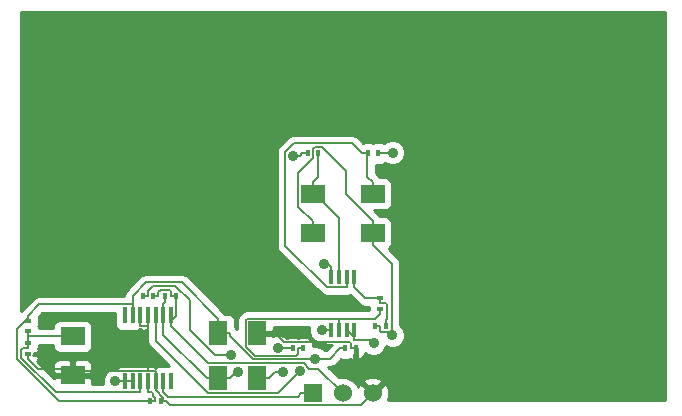
<source format=gtl>
G04 (created by PCBNEW (2013-07-07 BZR 4022)-stable) date Friday 29 November 2013 01:10:28 PM IST*
%MOIN*%
G04 Gerber Fmt 3.4, Leading zero omitted, Abs format*
%FSLAX34Y34*%
G01*
G70*
G90*
G04 APERTURE LIST*
%ADD10C,0.00590551*%
%ADD11R,0.016X0.05*%
%ADD12R,0.017X0.055*%
%ADD13R,0.06X0.08*%
%ADD14R,0.08X0.06*%
%ADD15R,0.0157X0.0236*%
%ADD16R,0.0236X0.0157*%
%ADD17R,0.06X0.06*%
%ADD18C,0.06*%
%ADD19C,0.035*%
%ADD20C,0.006*%
%ADD21C,0.01*%
G04 APERTURE END LIST*
G54D10*
G54D11*
X27385Y-26125D03*
X27130Y-26125D03*
X26870Y-26125D03*
X26615Y-26125D03*
X26615Y-27875D03*
X26870Y-27875D03*
X27130Y-27875D03*
X27385Y-27875D03*
G54D12*
X19740Y-29600D03*
X19990Y-29600D03*
X20250Y-29600D03*
X20500Y-29600D03*
X20760Y-29600D03*
X21015Y-29600D03*
X21270Y-29600D03*
X21270Y-27400D03*
X21015Y-27400D03*
X20760Y-27400D03*
X20500Y-27400D03*
X20245Y-27400D03*
X19990Y-27400D03*
X19735Y-27400D03*
G54D13*
X24150Y-29500D03*
X22850Y-29500D03*
X22850Y-28000D03*
X24150Y-28000D03*
G54D14*
X28000Y-24650D03*
X28000Y-23350D03*
X26000Y-24650D03*
X26000Y-23350D03*
G54D15*
X25823Y-22000D03*
X26177Y-22000D03*
X21073Y-26750D03*
X21427Y-26750D03*
X25677Y-28500D03*
X25323Y-28500D03*
X28073Y-27750D03*
X28427Y-27750D03*
G54D16*
X28250Y-26823D03*
X28250Y-27177D03*
G54D15*
X28177Y-22000D03*
X27823Y-22000D03*
G54D16*
X16500Y-27573D03*
X16500Y-27927D03*
X16500Y-28323D03*
X16500Y-28677D03*
G54D15*
X27073Y-28500D03*
X27427Y-28500D03*
X20573Y-30250D03*
X20927Y-30250D03*
X20323Y-26750D03*
X20677Y-26750D03*
G54D17*
X26000Y-30000D03*
G54D18*
X27000Y-30000D03*
X28000Y-30000D03*
G54D14*
X18000Y-28100D03*
X18000Y-29400D03*
G54D19*
X26385Y-25688D03*
X25340Y-22085D03*
X28659Y-21967D03*
X25016Y-29285D03*
X24848Y-28478D03*
X23285Y-28722D03*
X23500Y-29292D03*
X26069Y-28840D03*
X28025Y-28321D03*
X28653Y-28055D03*
X26299Y-27900D03*
X25580Y-29248D03*
X19417Y-29579D03*
G54D20*
X27427Y-29427D02*
X27427Y-28500D01*
X28000Y-30000D02*
X27427Y-29427D01*
X27427Y-28500D02*
X27258Y-28500D01*
X24150Y-28000D02*
X24540Y-28000D01*
X24744Y-28000D02*
X24540Y-28000D01*
X25036Y-28291D02*
X24744Y-28000D01*
X27218Y-28291D02*
X25036Y-28291D01*
X27258Y-28331D02*
X27218Y-28291D01*
X27258Y-28500D02*
X27258Y-28331D01*
X26615Y-26125D02*
X26615Y-25784D01*
X26519Y-25688D02*
X26615Y-25784D01*
X26385Y-25688D02*
X26519Y-25688D01*
X16500Y-28677D02*
X16500Y-28845D01*
X16847Y-29193D02*
X16500Y-28845D01*
X18000Y-29193D02*
X16847Y-29193D01*
X20500Y-27400D02*
X20500Y-27765D01*
X18000Y-29400D02*
X18000Y-29283D01*
X18000Y-29283D02*
X18000Y-29193D01*
X20760Y-29600D02*
X20760Y-29234D01*
X20500Y-27765D02*
X20245Y-27765D01*
X20500Y-27765D02*
X20500Y-29234D01*
X18049Y-29234D02*
X20500Y-29234D01*
X18000Y-29283D02*
X18049Y-29234D01*
X20500Y-29234D02*
X20760Y-29234D01*
X20245Y-27400D02*
X20245Y-27765D01*
X21235Y-30390D02*
X21095Y-30250D01*
X27609Y-30390D02*
X21235Y-30390D01*
X28000Y-30000D02*
X27609Y-30390D01*
X20927Y-30250D02*
X21018Y-30250D01*
X21018Y-30250D02*
X21095Y-30250D01*
X20760Y-29889D02*
X20760Y-29600D01*
X21018Y-30148D02*
X20760Y-29889D01*
X21018Y-30250D02*
X21018Y-30148D01*
X18000Y-28100D02*
X17509Y-28100D01*
X16500Y-28100D02*
X17509Y-28100D01*
X16500Y-28100D02*
X16500Y-27927D01*
X20250Y-29600D02*
X20250Y-29965D01*
X16500Y-28322D02*
X16500Y-28100D01*
X17435Y-29965D02*
X20250Y-29965D01*
X16276Y-28806D02*
X17435Y-29965D01*
X16276Y-28546D02*
X16276Y-28806D01*
X16331Y-28491D02*
X16276Y-28546D01*
X16500Y-28491D02*
X16331Y-28491D01*
X16500Y-28322D02*
X16500Y-28491D01*
X25569Y-22085D02*
X25654Y-22000D01*
X25340Y-22085D02*
X25569Y-22085D01*
X25822Y-22000D02*
X25654Y-22000D01*
X28378Y-21967D02*
X28345Y-22000D01*
X28659Y-21967D02*
X28378Y-21967D01*
X28177Y-22000D02*
X28345Y-22000D01*
X26177Y-22782D02*
X26000Y-22959D01*
X26177Y-22000D02*
X26177Y-22782D01*
X26000Y-23154D02*
X26000Y-23278D01*
X26000Y-23350D02*
X26000Y-23278D01*
X26000Y-23154D02*
X26000Y-22959D01*
X26870Y-24148D02*
X26870Y-26125D01*
X26000Y-23278D02*
X26870Y-24148D01*
X28000Y-23350D02*
X28000Y-22959D01*
X27130Y-26125D02*
X27130Y-26465D01*
X27822Y-22782D02*
X28000Y-22959D01*
X27822Y-22000D02*
X27822Y-22782D01*
X27822Y-22000D02*
X27654Y-22000D01*
X26464Y-26465D02*
X27130Y-26465D01*
X25075Y-25076D02*
X26464Y-26465D01*
X25075Y-21949D02*
X25075Y-25076D01*
X25365Y-21659D02*
X25075Y-21949D01*
X27314Y-21659D02*
X25365Y-21659D01*
X27654Y-22000D02*
X27314Y-21659D01*
X24755Y-29285D02*
X25016Y-29285D01*
X24540Y-29500D02*
X24755Y-29285D01*
X25133Y-28478D02*
X25154Y-28500D01*
X24848Y-28478D02*
X25133Y-28478D01*
X25322Y-28500D02*
X25154Y-28500D01*
X24150Y-29500D02*
X24540Y-29500D01*
X22850Y-29500D02*
X22459Y-29500D01*
X22745Y-28722D02*
X23285Y-28722D01*
X21898Y-27875D02*
X22745Y-28722D01*
X21898Y-26896D02*
X21898Y-27875D01*
X21416Y-26414D02*
X21898Y-26896D01*
X20658Y-26414D02*
X21416Y-26414D01*
X20491Y-26581D02*
X20658Y-26414D01*
X20491Y-26750D02*
X20491Y-26581D01*
X23448Y-29292D02*
X23240Y-29500D01*
X23500Y-29292D02*
X23448Y-29292D01*
X22850Y-29500D02*
X23240Y-29500D01*
X20322Y-26750D02*
X20491Y-26750D01*
X21015Y-28055D02*
X21015Y-27400D01*
X22459Y-29500D02*
X21015Y-28055D01*
X21015Y-27016D02*
X21072Y-26958D01*
X21015Y-27400D02*
X21015Y-27016D01*
X21072Y-26750D02*
X21072Y-26958D01*
X26870Y-27875D02*
X26870Y-27534D01*
X25677Y-28500D02*
X25508Y-28500D01*
X26870Y-27509D02*
X26870Y-27534D01*
X28085Y-27509D02*
X28250Y-27345D01*
X26870Y-27509D02*
X28085Y-27509D01*
X28250Y-27177D02*
X28250Y-27345D01*
X23808Y-27509D02*
X26870Y-27509D01*
X23759Y-27558D02*
X23808Y-27509D01*
X23759Y-28445D02*
X23759Y-27558D01*
X24058Y-28743D02*
X23759Y-28445D01*
X25370Y-28743D02*
X24058Y-28743D01*
X25371Y-28743D02*
X25370Y-28743D01*
X25433Y-28743D02*
X25371Y-28743D01*
X25508Y-28668D02*
X25433Y-28743D01*
X25508Y-28500D02*
X25508Y-28668D01*
X27742Y-26822D02*
X27385Y-26465D01*
X28041Y-26822D02*
X27742Y-26822D01*
X28250Y-26822D02*
X28041Y-26822D01*
X27385Y-26125D02*
X27385Y-26465D01*
X28418Y-26991D02*
X28250Y-26991D01*
X28458Y-27031D02*
X28418Y-26991D01*
X28458Y-27510D02*
X28458Y-27031D01*
X28427Y-27541D02*
X28458Y-27510D01*
X28427Y-27750D02*
X28427Y-27541D01*
X28250Y-26822D02*
X28250Y-26991D01*
X27072Y-28500D02*
X26904Y-28500D01*
X22850Y-28000D02*
X23240Y-28000D01*
X26000Y-30000D02*
X25609Y-30000D01*
X26564Y-28840D02*
X26069Y-28840D01*
X26904Y-28500D02*
X26564Y-28840D01*
X22850Y-28000D02*
X22850Y-27509D01*
X23240Y-28095D02*
X23240Y-28000D01*
X24008Y-28864D02*
X23240Y-28095D01*
X25420Y-28864D02*
X24008Y-28864D01*
X25420Y-28863D02*
X25420Y-28864D01*
X26046Y-28863D02*
X25420Y-28863D01*
X26069Y-28840D02*
X26046Y-28863D01*
X27919Y-28215D02*
X27385Y-28215D01*
X28025Y-28321D02*
X27919Y-28215D01*
X27385Y-27875D02*
X27385Y-28045D01*
X27385Y-28045D02*
X27385Y-28215D01*
X27300Y-28045D02*
X27130Y-27875D01*
X27385Y-28045D02*
X27300Y-28045D01*
X16871Y-27032D02*
X16500Y-27404D01*
X19990Y-27032D02*
X16871Y-27032D01*
X19990Y-26740D02*
X19990Y-27032D01*
X20436Y-26294D02*
X19990Y-26740D01*
X21634Y-26294D02*
X20436Y-26294D01*
X22850Y-27509D02*
X21634Y-26294D01*
X19990Y-27032D02*
X19990Y-27400D01*
X25489Y-30120D02*
X25609Y-30000D01*
X21170Y-30120D02*
X25489Y-30120D01*
X21015Y-29965D02*
X21170Y-30120D01*
X20572Y-30250D02*
X20741Y-30250D01*
X20500Y-29600D02*
X20500Y-29965D01*
X20741Y-30135D02*
X20741Y-30250D01*
X20722Y-30115D02*
X20741Y-30135D01*
X20722Y-30115D02*
X20722Y-30115D01*
X20679Y-30073D02*
X20722Y-30115D01*
X20679Y-30019D02*
X20679Y-30073D01*
X20625Y-29965D02*
X20679Y-30019D01*
X20500Y-29965D02*
X20625Y-29965D01*
X21015Y-29600D02*
X21015Y-29965D01*
X16500Y-27572D02*
X16500Y-27488D01*
X16500Y-27488D02*
X16500Y-27404D01*
X17538Y-30250D02*
X20572Y-30250D01*
X16144Y-28856D02*
X17538Y-30250D01*
X16144Y-27843D02*
X16144Y-28856D01*
X16500Y-27488D02*
X16144Y-27843D01*
X28072Y-27750D02*
X28241Y-27750D01*
X28000Y-24650D02*
X28000Y-25040D01*
X27090Y-23350D02*
X28000Y-24259D01*
X27090Y-22586D02*
X27090Y-23350D01*
X26295Y-21791D02*
X27090Y-22586D01*
X26060Y-21791D02*
X26295Y-21791D01*
X25991Y-21860D02*
X26060Y-21791D01*
X25991Y-22155D02*
X25991Y-21860D01*
X25509Y-22637D02*
X25991Y-22155D01*
X25509Y-23769D02*
X25509Y-22637D01*
X26000Y-24259D02*
X25509Y-23769D01*
X26000Y-24650D02*
X26000Y-24259D01*
X28000Y-24650D02*
X28000Y-24259D01*
X28281Y-27958D02*
X28556Y-27958D01*
X28241Y-27918D02*
X28281Y-27958D01*
X28241Y-27750D02*
X28241Y-27918D01*
X28630Y-25670D02*
X28000Y-25040D01*
X28630Y-27883D02*
X28630Y-25670D01*
X28556Y-27958D02*
X28630Y-27883D01*
X26589Y-27900D02*
X26615Y-27875D01*
X26299Y-27900D02*
X26589Y-27900D01*
X28556Y-27958D02*
X28653Y-28055D01*
X24829Y-30000D02*
X25580Y-29248D01*
X22519Y-30000D02*
X24829Y-30000D01*
X20760Y-28240D02*
X22519Y-30000D01*
X20760Y-27400D02*
X20760Y-28240D01*
X19990Y-29600D02*
X19740Y-29600D01*
X19719Y-29579D02*
X19740Y-29600D01*
X19417Y-29579D02*
X19719Y-29579D01*
X21270Y-27400D02*
X21270Y-27582D01*
X21270Y-27582D02*
X21270Y-27765D01*
X21427Y-27425D02*
X21427Y-26750D01*
X21270Y-27582D02*
X21427Y-27425D01*
X20845Y-26623D02*
X20845Y-26750D01*
X20932Y-26536D02*
X20845Y-26623D01*
X21213Y-26536D02*
X20932Y-26536D01*
X21258Y-26581D02*
X21213Y-26536D01*
X21258Y-26750D02*
X21258Y-26581D01*
X21427Y-26750D02*
X21258Y-26750D01*
X20677Y-26750D02*
X20845Y-26750D01*
X26169Y-29169D02*
X27000Y-30000D01*
X25876Y-29169D02*
X26169Y-29169D01*
X25690Y-28983D02*
X25876Y-29169D01*
X25470Y-28983D02*
X25690Y-28983D01*
X25466Y-28987D02*
X25470Y-28983D01*
X22492Y-28987D02*
X25466Y-28987D01*
X21270Y-27765D02*
X22492Y-28987D01*
G54D10*
G36*
X21198Y-29074D02*
X21135Y-29074D01*
X21135Y-29075D01*
X21050Y-29074D01*
X20894Y-29074D01*
X20880Y-29074D01*
X20880Y-29074D01*
X20865Y-29075D01*
X20854Y-29085D01*
X20788Y-29112D01*
X20757Y-29143D01*
X20726Y-29113D01*
X20669Y-29089D01*
X20655Y-29075D01*
X20625Y-29074D01*
X20625Y-29075D01*
X20535Y-29074D01*
X20365Y-29074D01*
X20365Y-29075D01*
X20285Y-29074D01*
X20115Y-29074D01*
X20115Y-29075D01*
X20025Y-29074D01*
X19855Y-29074D01*
X19855Y-29075D01*
X19775Y-29074D01*
X19605Y-29074D01*
X19513Y-29112D01*
X19472Y-29154D01*
X19333Y-29154D01*
X19176Y-29218D01*
X19057Y-29338D01*
X18992Y-29494D01*
X18992Y-29663D01*
X19001Y-29685D01*
X18650Y-29685D01*
X18650Y-29050D01*
X18612Y-28958D01*
X18541Y-28888D01*
X18449Y-28850D01*
X18350Y-28849D01*
X18112Y-28850D01*
X18050Y-28912D01*
X18050Y-29350D01*
X18587Y-29350D01*
X18650Y-29287D01*
X18650Y-29050D01*
X18650Y-29685D01*
X18650Y-29685D01*
X18650Y-29512D01*
X18587Y-29450D01*
X18050Y-29450D01*
X18050Y-29457D01*
X17950Y-29457D01*
X17950Y-29450D01*
X17950Y-29350D01*
X17950Y-28912D01*
X17887Y-28850D01*
X17649Y-28849D01*
X17550Y-28850D01*
X17458Y-28888D01*
X17387Y-28958D01*
X17349Y-29050D01*
X17350Y-29287D01*
X17412Y-29350D01*
X17950Y-29350D01*
X17950Y-29450D01*
X17412Y-29450D01*
X17364Y-29498D01*
X16796Y-28930D01*
X16830Y-28896D01*
X16868Y-28805D01*
X16868Y-28778D01*
X16805Y-28716D01*
X16658Y-28716D01*
X16697Y-28689D01*
X16732Y-28637D01*
X16805Y-28637D01*
X16868Y-28575D01*
X16868Y-28548D01*
X16847Y-28499D01*
X16867Y-28451D01*
X16868Y-28380D01*
X17349Y-28380D01*
X17349Y-28449D01*
X17387Y-28541D01*
X17458Y-28611D01*
X17550Y-28649D01*
X17649Y-28650D01*
X18449Y-28650D01*
X18541Y-28612D01*
X18611Y-28541D01*
X18649Y-28449D01*
X18650Y-28350D01*
X18650Y-27750D01*
X18612Y-27658D01*
X18541Y-27588D01*
X18449Y-27550D01*
X18350Y-27549D01*
X17550Y-27549D01*
X17458Y-27587D01*
X17388Y-27658D01*
X17350Y-27750D01*
X17349Y-27820D01*
X16868Y-27820D01*
X16868Y-27798D01*
X16847Y-27749D01*
X16867Y-27701D01*
X16868Y-27601D01*
X16868Y-27444D01*
X16864Y-27436D01*
X16987Y-27312D01*
X19399Y-27312D01*
X19399Y-27724D01*
X19437Y-27816D01*
X19508Y-27886D01*
X19600Y-27924D01*
X19699Y-27925D01*
X19869Y-27925D01*
X19869Y-27924D01*
X19954Y-27925D01*
X20110Y-27925D01*
X20124Y-27925D01*
X20124Y-27925D01*
X20140Y-27925D01*
X20150Y-27914D01*
X20216Y-27887D01*
X20245Y-27858D01*
X20273Y-27887D01*
X20339Y-27914D01*
X20350Y-27925D01*
X20365Y-27925D01*
X20365Y-27925D01*
X20372Y-27925D01*
X20379Y-27925D01*
X20379Y-27925D01*
X20395Y-27925D01*
X20405Y-27914D01*
X20449Y-27895D01*
X20449Y-27925D01*
X20480Y-27925D01*
X20480Y-28240D01*
X20501Y-28347D01*
X20562Y-28438D01*
X21198Y-29074D01*
X21198Y-29074D01*
G37*
G54D21*
X21198Y-29074D02*
X21135Y-29074D01*
X21135Y-29075D01*
X21050Y-29074D01*
X20894Y-29074D01*
X20880Y-29074D01*
X20880Y-29074D01*
X20865Y-29075D01*
X20854Y-29085D01*
X20788Y-29112D01*
X20757Y-29143D01*
X20726Y-29113D01*
X20669Y-29089D01*
X20655Y-29075D01*
X20625Y-29074D01*
X20625Y-29075D01*
X20535Y-29074D01*
X20365Y-29074D01*
X20365Y-29075D01*
X20285Y-29074D01*
X20115Y-29074D01*
X20115Y-29075D01*
X20025Y-29074D01*
X19855Y-29074D01*
X19855Y-29075D01*
X19775Y-29074D01*
X19605Y-29074D01*
X19513Y-29112D01*
X19472Y-29154D01*
X19333Y-29154D01*
X19176Y-29218D01*
X19057Y-29338D01*
X18992Y-29494D01*
X18992Y-29663D01*
X19001Y-29685D01*
X18650Y-29685D01*
X18650Y-29050D01*
X18612Y-28958D01*
X18541Y-28888D01*
X18449Y-28850D01*
X18350Y-28849D01*
X18112Y-28850D01*
X18050Y-28912D01*
X18050Y-29350D01*
X18587Y-29350D01*
X18650Y-29287D01*
X18650Y-29050D01*
X18650Y-29685D01*
X18650Y-29685D01*
X18650Y-29512D01*
X18587Y-29450D01*
X18050Y-29450D01*
X18050Y-29457D01*
X17950Y-29457D01*
X17950Y-29450D01*
X17950Y-29350D01*
X17950Y-28912D01*
X17887Y-28850D01*
X17649Y-28849D01*
X17550Y-28850D01*
X17458Y-28888D01*
X17387Y-28958D01*
X17349Y-29050D01*
X17350Y-29287D01*
X17412Y-29350D01*
X17950Y-29350D01*
X17950Y-29450D01*
X17412Y-29450D01*
X17364Y-29498D01*
X16796Y-28930D01*
X16830Y-28896D01*
X16868Y-28805D01*
X16868Y-28778D01*
X16805Y-28716D01*
X16658Y-28716D01*
X16697Y-28689D01*
X16732Y-28637D01*
X16805Y-28637D01*
X16868Y-28575D01*
X16868Y-28548D01*
X16847Y-28499D01*
X16867Y-28451D01*
X16868Y-28380D01*
X17349Y-28380D01*
X17349Y-28449D01*
X17387Y-28541D01*
X17458Y-28611D01*
X17550Y-28649D01*
X17649Y-28650D01*
X18449Y-28650D01*
X18541Y-28612D01*
X18611Y-28541D01*
X18649Y-28449D01*
X18650Y-28350D01*
X18650Y-27750D01*
X18612Y-27658D01*
X18541Y-27588D01*
X18449Y-27550D01*
X18350Y-27549D01*
X17550Y-27549D01*
X17458Y-27587D01*
X17388Y-27658D01*
X17350Y-27750D01*
X17349Y-27820D01*
X16868Y-27820D01*
X16868Y-27798D01*
X16847Y-27749D01*
X16867Y-27701D01*
X16868Y-27601D01*
X16868Y-27444D01*
X16864Y-27436D01*
X16987Y-27312D01*
X19399Y-27312D01*
X19399Y-27724D01*
X19437Y-27816D01*
X19508Y-27886D01*
X19600Y-27924D01*
X19699Y-27925D01*
X19869Y-27925D01*
X19869Y-27924D01*
X19954Y-27925D01*
X20110Y-27925D01*
X20124Y-27925D01*
X20124Y-27925D01*
X20140Y-27925D01*
X20150Y-27914D01*
X20216Y-27887D01*
X20245Y-27858D01*
X20273Y-27887D01*
X20339Y-27914D01*
X20350Y-27925D01*
X20365Y-27925D01*
X20365Y-27925D01*
X20372Y-27925D01*
X20379Y-27925D01*
X20379Y-27925D01*
X20395Y-27925D01*
X20405Y-27914D01*
X20449Y-27895D01*
X20449Y-27925D01*
X20480Y-27925D01*
X20480Y-28240D01*
X20501Y-28347D01*
X20562Y-28438D01*
X21198Y-29074D01*
G54D10*
G36*
X26633Y-28375D02*
X26448Y-28560D01*
X26390Y-28560D01*
X26310Y-28479D01*
X26154Y-28415D01*
X26005Y-28415D01*
X26005Y-28332D01*
X25967Y-28240D01*
X25897Y-28170D01*
X25805Y-28132D01*
X25705Y-28131D01*
X25548Y-28131D01*
X25499Y-28152D01*
X25451Y-28132D01*
X25351Y-28131D01*
X25194Y-28131D01*
X25129Y-28158D01*
X25089Y-28118D01*
X24933Y-28053D01*
X24764Y-28053D01*
X24677Y-28089D01*
X24637Y-28050D01*
X24200Y-28050D01*
X24200Y-28057D01*
X24100Y-28057D01*
X24100Y-28050D01*
X24092Y-28050D01*
X24092Y-27950D01*
X24100Y-27950D01*
X24100Y-27942D01*
X24200Y-27942D01*
X24200Y-27950D01*
X24637Y-27950D01*
X24700Y-27887D01*
X24700Y-27789D01*
X25885Y-27789D01*
X25874Y-27815D01*
X25874Y-27984D01*
X25938Y-28141D01*
X26058Y-28260D01*
X26214Y-28325D01*
X26382Y-28325D01*
X26393Y-28336D01*
X26485Y-28374D01*
X26584Y-28375D01*
X26633Y-28375D01*
X26633Y-28375D01*
G37*
G54D21*
X26633Y-28375D02*
X26448Y-28560D01*
X26390Y-28560D01*
X26310Y-28479D01*
X26154Y-28415D01*
X26005Y-28415D01*
X26005Y-28332D01*
X25967Y-28240D01*
X25897Y-28170D01*
X25805Y-28132D01*
X25705Y-28131D01*
X25548Y-28131D01*
X25499Y-28152D01*
X25451Y-28132D01*
X25351Y-28131D01*
X25194Y-28131D01*
X25129Y-28158D01*
X25089Y-28118D01*
X24933Y-28053D01*
X24764Y-28053D01*
X24677Y-28089D01*
X24637Y-28050D01*
X24200Y-28050D01*
X24200Y-28057D01*
X24100Y-28057D01*
X24100Y-28050D01*
X24092Y-28050D01*
X24092Y-27950D01*
X24100Y-27950D01*
X24100Y-27942D01*
X24200Y-27942D01*
X24200Y-27950D01*
X24637Y-27950D01*
X24700Y-27887D01*
X24700Y-27789D01*
X25885Y-27789D01*
X25874Y-27815D01*
X25874Y-27984D01*
X25938Y-28141D01*
X26058Y-28260D01*
X26214Y-28325D01*
X26382Y-28325D01*
X26393Y-28336D01*
X26485Y-28374D01*
X26584Y-28375D01*
X26633Y-28375D01*
G54D10*
G36*
X37730Y-30230D02*
X28501Y-30230D01*
X28554Y-30081D01*
X28543Y-29863D01*
X28481Y-29712D01*
X28385Y-29684D01*
X28315Y-29755D01*
X28315Y-29614D01*
X28287Y-29518D01*
X28081Y-29445D01*
X27863Y-29456D01*
X27712Y-29518D01*
X27684Y-29614D01*
X28000Y-29929D01*
X28315Y-29614D01*
X28315Y-29755D01*
X28070Y-30000D01*
X28076Y-30005D01*
X28005Y-30076D01*
X28000Y-30070D01*
X27994Y-30076D01*
X27923Y-30005D01*
X27929Y-30000D01*
X27614Y-29684D01*
X27518Y-29712D01*
X27499Y-29767D01*
X27466Y-29688D01*
X27311Y-29534D01*
X27109Y-29450D01*
X26891Y-29449D01*
X26859Y-29463D01*
X26516Y-29120D01*
X26564Y-29120D01*
X26671Y-29098D01*
X26671Y-29098D01*
X26762Y-29038D01*
X26935Y-28864D01*
X26944Y-28867D01*
X27044Y-28868D01*
X27201Y-28868D01*
X27250Y-28847D01*
X27298Y-28868D01*
X27325Y-28868D01*
X27387Y-28805D01*
X27387Y-28700D01*
X27401Y-28667D01*
X27401Y-28568D01*
X27401Y-28495D01*
X27484Y-28495D01*
X27484Y-28550D01*
X27466Y-28550D01*
X27466Y-28805D01*
X27528Y-28868D01*
X27555Y-28868D01*
X27646Y-28830D01*
X27717Y-28759D01*
X27755Y-28667D01*
X27755Y-28651D01*
X27784Y-28681D01*
X27940Y-28746D01*
X28109Y-28746D01*
X28266Y-28681D01*
X28385Y-28562D01*
X28441Y-28427D01*
X28568Y-28480D01*
X28738Y-28480D01*
X28894Y-28416D01*
X29013Y-28296D01*
X29078Y-28140D01*
X29078Y-27971D01*
X29014Y-27815D01*
X28910Y-27711D01*
X28910Y-25670D01*
X28910Y-25670D01*
X28889Y-25563D01*
X28889Y-25563D01*
X28869Y-25533D01*
X28828Y-25472D01*
X28828Y-25472D01*
X28524Y-25168D01*
X28541Y-25162D01*
X28611Y-25091D01*
X28649Y-24999D01*
X28650Y-24900D01*
X28650Y-24300D01*
X28612Y-24208D01*
X28541Y-24138D01*
X28449Y-24100D01*
X28350Y-24099D01*
X28223Y-24099D01*
X28197Y-24061D01*
X28197Y-24061D01*
X28036Y-23900D01*
X28449Y-23900D01*
X28541Y-23862D01*
X28611Y-23791D01*
X28649Y-23699D01*
X28650Y-23600D01*
X28650Y-23000D01*
X28612Y-22908D01*
X28541Y-22838D01*
X28449Y-22800D01*
X28350Y-22799D01*
X28223Y-22799D01*
X28197Y-22761D01*
X28197Y-22761D01*
X28102Y-22666D01*
X28102Y-22368D01*
X28148Y-22368D01*
X28305Y-22368D01*
X28396Y-22330D01*
X28408Y-22318D01*
X28418Y-22327D01*
X28574Y-22392D01*
X28743Y-22392D01*
X28899Y-22327D01*
X29019Y-22208D01*
X29084Y-22052D01*
X29084Y-21883D01*
X29019Y-21726D01*
X28900Y-21607D01*
X28744Y-21542D01*
X28575Y-21542D01*
X28418Y-21606D01*
X28367Y-21657D01*
X28305Y-21632D01*
X28205Y-21631D01*
X28048Y-21631D01*
X27999Y-21652D01*
X27951Y-21632D01*
X27851Y-21631D01*
X27694Y-21631D01*
X27686Y-21635D01*
X27512Y-21461D01*
X27421Y-21401D01*
X27314Y-21379D01*
X25365Y-21379D01*
X25276Y-21397D01*
X25258Y-21401D01*
X25167Y-21461D01*
X24877Y-21751D01*
X24816Y-21842D01*
X24795Y-21949D01*
X24795Y-25076D01*
X24816Y-25183D01*
X24877Y-25274D01*
X26266Y-26663D01*
X26266Y-26663D01*
X26326Y-26703D01*
X26356Y-26723D01*
X26356Y-26723D01*
X26464Y-26745D01*
X26464Y-26745D01*
X27130Y-26745D01*
X27237Y-26723D01*
X27243Y-26719D01*
X27544Y-27020D01*
X27635Y-27081D01*
X27635Y-27081D01*
X27653Y-27085D01*
X27742Y-27102D01*
X27881Y-27102D01*
X27881Y-27148D01*
X27881Y-27229D01*
X26870Y-27229D01*
X23808Y-27229D01*
X23719Y-27247D01*
X23701Y-27251D01*
X23610Y-27311D01*
X23561Y-27360D01*
X23501Y-27451D01*
X23479Y-27558D01*
X23479Y-27864D01*
X23438Y-27802D01*
X23400Y-27776D01*
X23400Y-27550D01*
X23362Y-27458D01*
X23291Y-27388D01*
X23199Y-27350D01*
X23100Y-27349D01*
X23073Y-27349D01*
X23047Y-27311D01*
X23047Y-27311D01*
X21832Y-26096D01*
X21741Y-26035D01*
X21634Y-26014D01*
X20436Y-26014D01*
X20329Y-26035D01*
X20299Y-26055D01*
X20238Y-26096D01*
X19792Y-26542D01*
X19731Y-26633D01*
X19710Y-26740D01*
X19710Y-26752D01*
X16871Y-26752D01*
X16764Y-26774D01*
X16734Y-26794D01*
X16673Y-26834D01*
X16302Y-27206D01*
X16269Y-27254D01*
X16269Y-17269D01*
X37730Y-17269D01*
X37730Y-30230D01*
X37730Y-30230D01*
G37*
G54D21*
X37730Y-30230D02*
X28501Y-30230D01*
X28554Y-30081D01*
X28543Y-29863D01*
X28481Y-29712D01*
X28385Y-29684D01*
X28315Y-29755D01*
X28315Y-29614D01*
X28287Y-29518D01*
X28081Y-29445D01*
X27863Y-29456D01*
X27712Y-29518D01*
X27684Y-29614D01*
X28000Y-29929D01*
X28315Y-29614D01*
X28315Y-29755D01*
X28070Y-30000D01*
X28076Y-30005D01*
X28005Y-30076D01*
X28000Y-30070D01*
X27994Y-30076D01*
X27923Y-30005D01*
X27929Y-30000D01*
X27614Y-29684D01*
X27518Y-29712D01*
X27499Y-29767D01*
X27466Y-29688D01*
X27311Y-29534D01*
X27109Y-29450D01*
X26891Y-29449D01*
X26859Y-29463D01*
X26516Y-29120D01*
X26564Y-29120D01*
X26671Y-29098D01*
X26671Y-29098D01*
X26762Y-29038D01*
X26935Y-28864D01*
X26944Y-28867D01*
X27044Y-28868D01*
X27201Y-28868D01*
X27250Y-28847D01*
X27298Y-28868D01*
X27325Y-28868D01*
X27387Y-28805D01*
X27387Y-28700D01*
X27401Y-28667D01*
X27401Y-28568D01*
X27401Y-28495D01*
X27484Y-28495D01*
X27484Y-28550D01*
X27466Y-28550D01*
X27466Y-28805D01*
X27528Y-28868D01*
X27555Y-28868D01*
X27646Y-28830D01*
X27717Y-28759D01*
X27755Y-28667D01*
X27755Y-28651D01*
X27784Y-28681D01*
X27940Y-28746D01*
X28109Y-28746D01*
X28266Y-28681D01*
X28385Y-28562D01*
X28441Y-28427D01*
X28568Y-28480D01*
X28738Y-28480D01*
X28894Y-28416D01*
X29013Y-28296D01*
X29078Y-28140D01*
X29078Y-27971D01*
X29014Y-27815D01*
X28910Y-27711D01*
X28910Y-25670D01*
X28910Y-25670D01*
X28889Y-25563D01*
X28889Y-25563D01*
X28869Y-25533D01*
X28828Y-25472D01*
X28828Y-25472D01*
X28524Y-25168D01*
X28541Y-25162D01*
X28611Y-25091D01*
X28649Y-24999D01*
X28650Y-24900D01*
X28650Y-24300D01*
X28612Y-24208D01*
X28541Y-24138D01*
X28449Y-24100D01*
X28350Y-24099D01*
X28223Y-24099D01*
X28197Y-24061D01*
X28197Y-24061D01*
X28036Y-23900D01*
X28449Y-23900D01*
X28541Y-23862D01*
X28611Y-23791D01*
X28649Y-23699D01*
X28650Y-23600D01*
X28650Y-23000D01*
X28612Y-22908D01*
X28541Y-22838D01*
X28449Y-22800D01*
X28350Y-22799D01*
X28223Y-22799D01*
X28197Y-22761D01*
X28197Y-22761D01*
X28102Y-22666D01*
X28102Y-22368D01*
X28148Y-22368D01*
X28305Y-22368D01*
X28396Y-22330D01*
X28408Y-22318D01*
X28418Y-22327D01*
X28574Y-22392D01*
X28743Y-22392D01*
X28899Y-22327D01*
X29019Y-22208D01*
X29084Y-22052D01*
X29084Y-21883D01*
X29019Y-21726D01*
X28900Y-21607D01*
X28744Y-21542D01*
X28575Y-21542D01*
X28418Y-21606D01*
X28367Y-21657D01*
X28305Y-21632D01*
X28205Y-21631D01*
X28048Y-21631D01*
X27999Y-21652D01*
X27951Y-21632D01*
X27851Y-21631D01*
X27694Y-21631D01*
X27686Y-21635D01*
X27512Y-21461D01*
X27421Y-21401D01*
X27314Y-21379D01*
X25365Y-21379D01*
X25276Y-21397D01*
X25258Y-21401D01*
X25167Y-21461D01*
X24877Y-21751D01*
X24816Y-21842D01*
X24795Y-21949D01*
X24795Y-25076D01*
X24816Y-25183D01*
X24877Y-25274D01*
X26266Y-26663D01*
X26266Y-26663D01*
X26326Y-26703D01*
X26356Y-26723D01*
X26356Y-26723D01*
X26464Y-26745D01*
X26464Y-26745D01*
X27130Y-26745D01*
X27237Y-26723D01*
X27243Y-26719D01*
X27544Y-27020D01*
X27635Y-27081D01*
X27635Y-27081D01*
X27653Y-27085D01*
X27742Y-27102D01*
X27881Y-27102D01*
X27881Y-27148D01*
X27881Y-27229D01*
X26870Y-27229D01*
X23808Y-27229D01*
X23719Y-27247D01*
X23701Y-27251D01*
X23610Y-27311D01*
X23561Y-27360D01*
X23501Y-27451D01*
X23479Y-27558D01*
X23479Y-27864D01*
X23438Y-27802D01*
X23400Y-27776D01*
X23400Y-27550D01*
X23362Y-27458D01*
X23291Y-27388D01*
X23199Y-27350D01*
X23100Y-27349D01*
X23073Y-27349D01*
X23047Y-27311D01*
X23047Y-27311D01*
X21832Y-26096D01*
X21741Y-26035D01*
X21634Y-26014D01*
X20436Y-26014D01*
X20329Y-26035D01*
X20299Y-26055D01*
X20238Y-26096D01*
X19792Y-26542D01*
X19731Y-26633D01*
X19710Y-26740D01*
X19710Y-26752D01*
X16871Y-26752D01*
X16764Y-26774D01*
X16734Y-26794D01*
X16673Y-26834D01*
X16302Y-27206D01*
X16269Y-27254D01*
X16269Y-17269D01*
X37730Y-17269D01*
X37730Y-30230D01*
M02*

</source>
